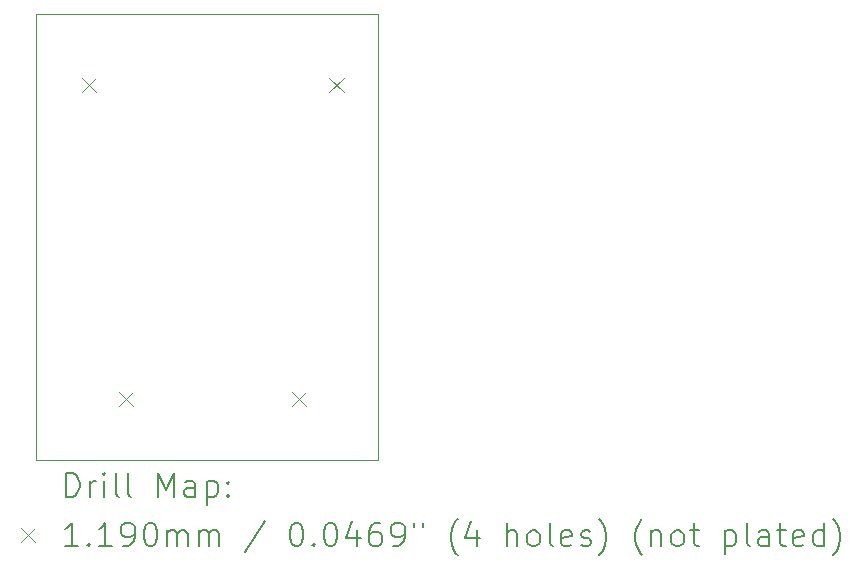
<source format=gbr>
%TF.GenerationSoftware,KiCad,Pcbnew,8.0.3-8.0.3-0~ubuntu24.04.1*%
%TF.CreationDate,2024-07-09T09:25:00+02:00*%
%TF.ProjectId,PythonBreakout,50797468-6f6e-4427-9265-616b6f75742e,rev?*%
%TF.SameCoordinates,Original*%
%TF.FileFunction,Drillmap*%
%TF.FilePolarity,Positive*%
%FSLAX45Y45*%
G04 Gerber Fmt 4.5, Leading zero omitted, Abs format (unit mm)*
G04 Created by KiCad (PCBNEW 8.0.3-8.0.3-0~ubuntu24.04.1) date 2024-07-09 09:25:00*
%MOMM*%
%LPD*%
G01*
G04 APERTURE LIST*
%ADD10C,0.050000*%
%ADD11C,0.200000*%
%ADD12C,0.119000*%
G04 APERTURE END LIST*
D10*
X7500000Y-5287500D02*
X10400000Y-5287500D01*
X10400000Y-9062500D01*
X7500000Y-9062500D01*
X7500000Y-5287500D01*
D11*
D12*
X7892500Y-5833000D02*
X8011500Y-5952000D01*
X8011500Y-5833000D02*
X7892500Y-5952000D01*
X8210000Y-8494000D02*
X8329000Y-8613000D01*
X8329000Y-8494000D02*
X8210000Y-8613000D01*
X9671000Y-8494000D02*
X9790000Y-8613000D01*
X9790000Y-8494000D02*
X9671000Y-8613000D01*
X9988500Y-5833000D02*
X10107500Y-5952000D01*
X10107500Y-5833000D02*
X9988500Y-5952000D01*
D11*
X7758277Y-9376484D02*
X7758277Y-9176484D01*
X7758277Y-9176484D02*
X7805896Y-9176484D01*
X7805896Y-9176484D02*
X7834467Y-9186008D01*
X7834467Y-9186008D02*
X7853515Y-9205055D01*
X7853515Y-9205055D02*
X7863039Y-9224103D01*
X7863039Y-9224103D02*
X7872562Y-9262198D01*
X7872562Y-9262198D02*
X7872562Y-9290770D01*
X7872562Y-9290770D02*
X7863039Y-9328865D01*
X7863039Y-9328865D02*
X7853515Y-9347912D01*
X7853515Y-9347912D02*
X7834467Y-9366960D01*
X7834467Y-9366960D02*
X7805896Y-9376484D01*
X7805896Y-9376484D02*
X7758277Y-9376484D01*
X7958277Y-9376484D02*
X7958277Y-9243150D01*
X7958277Y-9281246D02*
X7967801Y-9262198D01*
X7967801Y-9262198D02*
X7977324Y-9252674D01*
X7977324Y-9252674D02*
X7996372Y-9243150D01*
X7996372Y-9243150D02*
X8015420Y-9243150D01*
X8082086Y-9376484D02*
X8082086Y-9243150D01*
X8082086Y-9176484D02*
X8072562Y-9186008D01*
X8072562Y-9186008D02*
X8082086Y-9195531D01*
X8082086Y-9195531D02*
X8091610Y-9186008D01*
X8091610Y-9186008D02*
X8082086Y-9176484D01*
X8082086Y-9176484D02*
X8082086Y-9195531D01*
X8205896Y-9376484D02*
X8186848Y-9366960D01*
X8186848Y-9366960D02*
X8177324Y-9347912D01*
X8177324Y-9347912D02*
X8177324Y-9176484D01*
X8310658Y-9376484D02*
X8291610Y-9366960D01*
X8291610Y-9366960D02*
X8282086Y-9347912D01*
X8282086Y-9347912D02*
X8282086Y-9176484D01*
X8539229Y-9376484D02*
X8539229Y-9176484D01*
X8539229Y-9176484D02*
X8605896Y-9319341D01*
X8605896Y-9319341D02*
X8672563Y-9176484D01*
X8672563Y-9176484D02*
X8672563Y-9376484D01*
X8853515Y-9376484D02*
X8853515Y-9271722D01*
X8853515Y-9271722D02*
X8843991Y-9252674D01*
X8843991Y-9252674D02*
X8824944Y-9243150D01*
X8824944Y-9243150D02*
X8786848Y-9243150D01*
X8786848Y-9243150D02*
X8767801Y-9252674D01*
X8853515Y-9366960D02*
X8834467Y-9376484D01*
X8834467Y-9376484D02*
X8786848Y-9376484D01*
X8786848Y-9376484D02*
X8767801Y-9366960D01*
X8767801Y-9366960D02*
X8758277Y-9347912D01*
X8758277Y-9347912D02*
X8758277Y-9328865D01*
X8758277Y-9328865D02*
X8767801Y-9309817D01*
X8767801Y-9309817D02*
X8786848Y-9300293D01*
X8786848Y-9300293D02*
X8834467Y-9300293D01*
X8834467Y-9300293D02*
X8853515Y-9290770D01*
X8948753Y-9243150D02*
X8948753Y-9443150D01*
X8948753Y-9252674D02*
X8967801Y-9243150D01*
X8967801Y-9243150D02*
X9005896Y-9243150D01*
X9005896Y-9243150D02*
X9024944Y-9252674D01*
X9024944Y-9252674D02*
X9034467Y-9262198D01*
X9034467Y-9262198D02*
X9043991Y-9281246D01*
X9043991Y-9281246D02*
X9043991Y-9338389D01*
X9043991Y-9338389D02*
X9034467Y-9357436D01*
X9034467Y-9357436D02*
X9024944Y-9366960D01*
X9024944Y-9366960D02*
X9005896Y-9376484D01*
X9005896Y-9376484D02*
X8967801Y-9376484D01*
X8967801Y-9376484D02*
X8948753Y-9366960D01*
X9129705Y-9357436D02*
X9139229Y-9366960D01*
X9139229Y-9366960D02*
X9129705Y-9376484D01*
X9129705Y-9376484D02*
X9120182Y-9366960D01*
X9120182Y-9366960D02*
X9129705Y-9357436D01*
X9129705Y-9357436D02*
X9129705Y-9376484D01*
X9129705Y-9252674D02*
X9139229Y-9262198D01*
X9139229Y-9262198D02*
X9129705Y-9271722D01*
X9129705Y-9271722D02*
X9120182Y-9262198D01*
X9120182Y-9262198D02*
X9129705Y-9252674D01*
X9129705Y-9252674D02*
X9129705Y-9271722D01*
D12*
X7378500Y-9645500D02*
X7497500Y-9764500D01*
X7497500Y-9645500D02*
X7378500Y-9764500D01*
D11*
X7863039Y-9796484D02*
X7748753Y-9796484D01*
X7805896Y-9796484D02*
X7805896Y-9596484D01*
X7805896Y-9596484D02*
X7786848Y-9625055D01*
X7786848Y-9625055D02*
X7767801Y-9644103D01*
X7767801Y-9644103D02*
X7748753Y-9653627D01*
X7948753Y-9777436D02*
X7958277Y-9786960D01*
X7958277Y-9786960D02*
X7948753Y-9796484D01*
X7948753Y-9796484D02*
X7939229Y-9786960D01*
X7939229Y-9786960D02*
X7948753Y-9777436D01*
X7948753Y-9777436D02*
X7948753Y-9796484D01*
X8148753Y-9796484D02*
X8034467Y-9796484D01*
X8091610Y-9796484D02*
X8091610Y-9596484D01*
X8091610Y-9596484D02*
X8072562Y-9625055D01*
X8072562Y-9625055D02*
X8053515Y-9644103D01*
X8053515Y-9644103D02*
X8034467Y-9653627D01*
X8243991Y-9796484D02*
X8282086Y-9796484D01*
X8282086Y-9796484D02*
X8301134Y-9786960D01*
X8301134Y-9786960D02*
X8310658Y-9777436D01*
X8310658Y-9777436D02*
X8329705Y-9748865D01*
X8329705Y-9748865D02*
X8339229Y-9710770D01*
X8339229Y-9710770D02*
X8339229Y-9634579D01*
X8339229Y-9634579D02*
X8329705Y-9615531D01*
X8329705Y-9615531D02*
X8320182Y-9606008D01*
X8320182Y-9606008D02*
X8301134Y-9596484D01*
X8301134Y-9596484D02*
X8263039Y-9596484D01*
X8263039Y-9596484D02*
X8243991Y-9606008D01*
X8243991Y-9606008D02*
X8234467Y-9615531D01*
X8234467Y-9615531D02*
X8224943Y-9634579D01*
X8224943Y-9634579D02*
X8224943Y-9682198D01*
X8224943Y-9682198D02*
X8234467Y-9701246D01*
X8234467Y-9701246D02*
X8243991Y-9710770D01*
X8243991Y-9710770D02*
X8263039Y-9720293D01*
X8263039Y-9720293D02*
X8301134Y-9720293D01*
X8301134Y-9720293D02*
X8320182Y-9710770D01*
X8320182Y-9710770D02*
X8329705Y-9701246D01*
X8329705Y-9701246D02*
X8339229Y-9682198D01*
X8463039Y-9596484D02*
X8482086Y-9596484D01*
X8482086Y-9596484D02*
X8501134Y-9606008D01*
X8501134Y-9606008D02*
X8510658Y-9615531D01*
X8510658Y-9615531D02*
X8520182Y-9634579D01*
X8520182Y-9634579D02*
X8529705Y-9672674D01*
X8529705Y-9672674D02*
X8529705Y-9720293D01*
X8529705Y-9720293D02*
X8520182Y-9758389D01*
X8520182Y-9758389D02*
X8510658Y-9777436D01*
X8510658Y-9777436D02*
X8501134Y-9786960D01*
X8501134Y-9786960D02*
X8482086Y-9796484D01*
X8482086Y-9796484D02*
X8463039Y-9796484D01*
X8463039Y-9796484D02*
X8443991Y-9786960D01*
X8443991Y-9786960D02*
X8434467Y-9777436D01*
X8434467Y-9777436D02*
X8424944Y-9758389D01*
X8424944Y-9758389D02*
X8415420Y-9720293D01*
X8415420Y-9720293D02*
X8415420Y-9672674D01*
X8415420Y-9672674D02*
X8424944Y-9634579D01*
X8424944Y-9634579D02*
X8434467Y-9615531D01*
X8434467Y-9615531D02*
X8443991Y-9606008D01*
X8443991Y-9606008D02*
X8463039Y-9596484D01*
X8615420Y-9796484D02*
X8615420Y-9663150D01*
X8615420Y-9682198D02*
X8624944Y-9672674D01*
X8624944Y-9672674D02*
X8643991Y-9663150D01*
X8643991Y-9663150D02*
X8672563Y-9663150D01*
X8672563Y-9663150D02*
X8691610Y-9672674D01*
X8691610Y-9672674D02*
X8701134Y-9691722D01*
X8701134Y-9691722D02*
X8701134Y-9796484D01*
X8701134Y-9691722D02*
X8710658Y-9672674D01*
X8710658Y-9672674D02*
X8729705Y-9663150D01*
X8729705Y-9663150D02*
X8758277Y-9663150D01*
X8758277Y-9663150D02*
X8777325Y-9672674D01*
X8777325Y-9672674D02*
X8786848Y-9691722D01*
X8786848Y-9691722D02*
X8786848Y-9796484D01*
X8882086Y-9796484D02*
X8882086Y-9663150D01*
X8882086Y-9682198D02*
X8891610Y-9672674D01*
X8891610Y-9672674D02*
X8910658Y-9663150D01*
X8910658Y-9663150D02*
X8939229Y-9663150D01*
X8939229Y-9663150D02*
X8958277Y-9672674D01*
X8958277Y-9672674D02*
X8967801Y-9691722D01*
X8967801Y-9691722D02*
X8967801Y-9796484D01*
X8967801Y-9691722D02*
X8977325Y-9672674D01*
X8977325Y-9672674D02*
X8996372Y-9663150D01*
X8996372Y-9663150D02*
X9024944Y-9663150D01*
X9024944Y-9663150D02*
X9043991Y-9672674D01*
X9043991Y-9672674D02*
X9053515Y-9691722D01*
X9053515Y-9691722D02*
X9053515Y-9796484D01*
X9443991Y-9586960D02*
X9272563Y-9844103D01*
X9701134Y-9596484D02*
X9720182Y-9596484D01*
X9720182Y-9596484D02*
X9739229Y-9606008D01*
X9739229Y-9606008D02*
X9748753Y-9615531D01*
X9748753Y-9615531D02*
X9758277Y-9634579D01*
X9758277Y-9634579D02*
X9767801Y-9672674D01*
X9767801Y-9672674D02*
X9767801Y-9720293D01*
X9767801Y-9720293D02*
X9758277Y-9758389D01*
X9758277Y-9758389D02*
X9748753Y-9777436D01*
X9748753Y-9777436D02*
X9739229Y-9786960D01*
X9739229Y-9786960D02*
X9720182Y-9796484D01*
X9720182Y-9796484D02*
X9701134Y-9796484D01*
X9701134Y-9796484D02*
X9682087Y-9786960D01*
X9682087Y-9786960D02*
X9672563Y-9777436D01*
X9672563Y-9777436D02*
X9663039Y-9758389D01*
X9663039Y-9758389D02*
X9653515Y-9720293D01*
X9653515Y-9720293D02*
X9653515Y-9672674D01*
X9653515Y-9672674D02*
X9663039Y-9634579D01*
X9663039Y-9634579D02*
X9672563Y-9615531D01*
X9672563Y-9615531D02*
X9682087Y-9606008D01*
X9682087Y-9606008D02*
X9701134Y-9596484D01*
X9853515Y-9777436D02*
X9863039Y-9786960D01*
X9863039Y-9786960D02*
X9853515Y-9796484D01*
X9853515Y-9796484D02*
X9843991Y-9786960D01*
X9843991Y-9786960D02*
X9853515Y-9777436D01*
X9853515Y-9777436D02*
X9853515Y-9796484D01*
X9986848Y-9596484D02*
X10005896Y-9596484D01*
X10005896Y-9596484D02*
X10024944Y-9606008D01*
X10024944Y-9606008D02*
X10034468Y-9615531D01*
X10034468Y-9615531D02*
X10043991Y-9634579D01*
X10043991Y-9634579D02*
X10053515Y-9672674D01*
X10053515Y-9672674D02*
X10053515Y-9720293D01*
X10053515Y-9720293D02*
X10043991Y-9758389D01*
X10043991Y-9758389D02*
X10034468Y-9777436D01*
X10034468Y-9777436D02*
X10024944Y-9786960D01*
X10024944Y-9786960D02*
X10005896Y-9796484D01*
X10005896Y-9796484D02*
X9986848Y-9796484D01*
X9986848Y-9796484D02*
X9967801Y-9786960D01*
X9967801Y-9786960D02*
X9958277Y-9777436D01*
X9958277Y-9777436D02*
X9948753Y-9758389D01*
X9948753Y-9758389D02*
X9939229Y-9720293D01*
X9939229Y-9720293D02*
X9939229Y-9672674D01*
X9939229Y-9672674D02*
X9948753Y-9634579D01*
X9948753Y-9634579D02*
X9958277Y-9615531D01*
X9958277Y-9615531D02*
X9967801Y-9606008D01*
X9967801Y-9606008D02*
X9986848Y-9596484D01*
X10224944Y-9663150D02*
X10224944Y-9796484D01*
X10177325Y-9586960D02*
X10129706Y-9729817D01*
X10129706Y-9729817D02*
X10253515Y-9729817D01*
X10415420Y-9596484D02*
X10377325Y-9596484D01*
X10377325Y-9596484D02*
X10358277Y-9606008D01*
X10358277Y-9606008D02*
X10348753Y-9615531D01*
X10348753Y-9615531D02*
X10329706Y-9644103D01*
X10329706Y-9644103D02*
X10320182Y-9682198D01*
X10320182Y-9682198D02*
X10320182Y-9758389D01*
X10320182Y-9758389D02*
X10329706Y-9777436D01*
X10329706Y-9777436D02*
X10339229Y-9786960D01*
X10339229Y-9786960D02*
X10358277Y-9796484D01*
X10358277Y-9796484D02*
X10396372Y-9796484D01*
X10396372Y-9796484D02*
X10415420Y-9786960D01*
X10415420Y-9786960D02*
X10424944Y-9777436D01*
X10424944Y-9777436D02*
X10434468Y-9758389D01*
X10434468Y-9758389D02*
X10434468Y-9710770D01*
X10434468Y-9710770D02*
X10424944Y-9691722D01*
X10424944Y-9691722D02*
X10415420Y-9682198D01*
X10415420Y-9682198D02*
X10396372Y-9672674D01*
X10396372Y-9672674D02*
X10358277Y-9672674D01*
X10358277Y-9672674D02*
X10339229Y-9682198D01*
X10339229Y-9682198D02*
X10329706Y-9691722D01*
X10329706Y-9691722D02*
X10320182Y-9710770D01*
X10529706Y-9796484D02*
X10567801Y-9796484D01*
X10567801Y-9796484D02*
X10586849Y-9786960D01*
X10586849Y-9786960D02*
X10596372Y-9777436D01*
X10596372Y-9777436D02*
X10615420Y-9748865D01*
X10615420Y-9748865D02*
X10624944Y-9710770D01*
X10624944Y-9710770D02*
X10624944Y-9634579D01*
X10624944Y-9634579D02*
X10615420Y-9615531D01*
X10615420Y-9615531D02*
X10605896Y-9606008D01*
X10605896Y-9606008D02*
X10586849Y-9596484D01*
X10586849Y-9596484D02*
X10548753Y-9596484D01*
X10548753Y-9596484D02*
X10529706Y-9606008D01*
X10529706Y-9606008D02*
X10520182Y-9615531D01*
X10520182Y-9615531D02*
X10510658Y-9634579D01*
X10510658Y-9634579D02*
X10510658Y-9682198D01*
X10510658Y-9682198D02*
X10520182Y-9701246D01*
X10520182Y-9701246D02*
X10529706Y-9710770D01*
X10529706Y-9710770D02*
X10548753Y-9720293D01*
X10548753Y-9720293D02*
X10586849Y-9720293D01*
X10586849Y-9720293D02*
X10605896Y-9710770D01*
X10605896Y-9710770D02*
X10615420Y-9701246D01*
X10615420Y-9701246D02*
X10624944Y-9682198D01*
X10701134Y-9596484D02*
X10701134Y-9634579D01*
X10777325Y-9596484D02*
X10777325Y-9634579D01*
X11072563Y-9872674D02*
X11063039Y-9863150D01*
X11063039Y-9863150D02*
X11043991Y-9834579D01*
X11043991Y-9834579D02*
X11034468Y-9815531D01*
X11034468Y-9815531D02*
X11024944Y-9786960D01*
X11024944Y-9786960D02*
X11015420Y-9739341D01*
X11015420Y-9739341D02*
X11015420Y-9701246D01*
X11015420Y-9701246D02*
X11024944Y-9653627D01*
X11024944Y-9653627D02*
X11034468Y-9625055D01*
X11034468Y-9625055D02*
X11043991Y-9606008D01*
X11043991Y-9606008D02*
X11063039Y-9577436D01*
X11063039Y-9577436D02*
X11072563Y-9567912D01*
X11234468Y-9663150D02*
X11234468Y-9796484D01*
X11186848Y-9586960D02*
X11139230Y-9729817D01*
X11139230Y-9729817D02*
X11263039Y-9729817D01*
X11491610Y-9796484D02*
X11491610Y-9596484D01*
X11577325Y-9796484D02*
X11577325Y-9691722D01*
X11577325Y-9691722D02*
X11567801Y-9672674D01*
X11567801Y-9672674D02*
X11548753Y-9663150D01*
X11548753Y-9663150D02*
X11520182Y-9663150D01*
X11520182Y-9663150D02*
X11501134Y-9672674D01*
X11501134Y-9672674D02*
X11491610Y-9682198D01*
X11701134Y-9796484D02*
X11682087Y-9786960D01*
X11682087Y-9786960D02*
X11672563Y-9777436D01*
X11672563Y-9777436D02*
X11663039Y-9758389D01*
X11663039Y-9758389D02*
X11663039Y-9701246D01*
X11663039Y-9701246D02*
X11672563Y-9682198D01*
X11672563Y-9682198D02*
X11682087Y-9672674D01*
X11682087Y-9672674D02*
X11701134Y-9663150D01*
X11701134Y-9663150D02*
X11729706Y-9663150D01*
X11729706Y-9663150D02*
X11748753Y-9672674D01*
X11748753Y-9672674D02*
X11758277Y-9682198D01*
X11758277Y-9682198D02*
X11767801Y-9701246D01*
X11767801Y-9701246D02*
X11767801Y-9758389D01*
X11767801Y-9758389D02*
X11758277Y-9777436D01*
X11758277Y-9777436D02*
X11748753Y-9786960D01*
X11748753Y-9786960D02*
X11729706Y-9796484D01*
X11729706Y-9796484D02*
X11701134Y-9796484D01*
X11882087Y-9796484D02*
X11863039Y-9786960D01*
X11863039Y-9786960D02*
X11853515Y-9767912D01*
X11853515Y-9767912D02*
X11853515Y-9596484D01*
X12034468Y-9786960D02*
X12015420Y-9796484D01*
X12015420Y-9796484D02*
X11977325Y-9796484D01*
X11977325Y-9796484D02*
X11958277Y-9786960D01*
X11958277Y-9786960D02*
X11948753Y-9767912D01*
X11948753Y-9767912D02*
X11948753Y-9691722D01*
X11948753Y-9691722D02*
X11958277Y-9672674D01*
X11958277Y-9672674D02*
X11977325Y-9663150D01*
X11977325Y-9663150D02*
X12015420Y-9663150D01*
X12015420Y-9663150D02*
X12034468Y-9672674D01*
X12034468Y-9672674D02*
X12043991Y-9691722D01*
X12043991Y-9691722D02*
X12043991Y-9710770D01*
X12043991Y-9710770D02*
X11948753Y-9729817D01*
X12120182Y-9786960D02*
X12139230Y-9796484D01*
X12139230Y-9796484D02*
X12177325Y-9796484D01*
X12177325Y-9796484D02*
X12196372Y-9786960D01*
X12196372Y-9786960D02*
X12205896Y-9767912D01*
X12205896Y-9767912D02*
X12205896Y-9758389D01*
X12205896Y-9758389D02*
X12196372Y-9739341D01*
X12196372Y-9739341D02*
X12177325Y-9729817D01*
X12177325Y-9729817D02*
X12148753Y-9729817D01*
X12148753Y-9729817D02*
X12129706Y-9720293D01*
X12129706Y-9720293D02*
X12120182Y-9701246D01*
X12120182Y-9701246D02*
X12120182Y-9691722D01*
X12120182Y-9691722D02*
X12129706Y-9672674D01*
X12129706Y-9672674D02*
X12148753Y-9663150D01*
X12148753Y-9663150D02*
X12177325Y-9663150D01*
X12177325Y-9663150D02*
X12196372Y-9672674D01*
X12272563Y-9872674D02*
X12282087Y-9863150D01*
X12282087Y-9863150D02*
X12301134Y-9834579D01*
X12301134Y-9834579D02*
X12310658Y-9815531D01*
X12310658Y-9815531D02*
X12320182Y-9786960D01*
X12320182Y-9786960D02*
X12329706Y-9739341D01*
X12329706Y-9739341D02*
X12329706Y-9701246D01*
X12329706Y-9701246D02*
X12320182Y-9653627D01*
X12320182Y-9653627D02*
X12310658Y-9625055D01*
X12310658Y-9625055D02*
X12301134Y-9606008D01*
X12301134Y-9606008D02*
X12282087Y-9577436D01*
X12282087Y-9577436D02*
X12272563Y-9567912D01*
X12634468Y-9872674D02*
X12624944Y-9863150D01*
X12624944Y-9863150D02*
X12605896Y-9834579D01*
X12605896Y-9834579D02*
X12596372Y-9815531D01*
X12596372Y-9815531D02*
X12586849Y-9786960D01*
X12586849Y-9786960D02*
X12577325Y-9739341D01*
X12577325Y-9739341D02*
X12577325Y-9701246D01*
X12577325Y-9701246D02*
X12586849Y-9653627D01*
X12586849Y-9653627D02*
X12596372Y-9625055D01*
X12596372Y-9625055D02*
X12605896Y-9606008D01*
X12605896Y-9606008D02*
X12624944Y-9577436D01*
X12624944Y-9577436D02*
X12634468Y-9567912D01*
X12710658Y-9663150D02*
X12710658Y-9796484D01*
X12710658Y-9682198D02*
X12720182Y-9672674D01*
X12720182Y-9672674D02*
X12739230Y-9663150D01*
X12739230Y-9663150D02*
X12767801Y-9663150D01*
X12767801Y-9663150D02*
X12786849Y-9672674D01*
X12786849Y-9672674D02*
X12796372Y-9691722D01*
X12796372Y-9691722D02*
X12796372Y-9796484D01*
X12920182Y-9796484D02*
X12901134Y-9786960D01*
X12901134Y-9786960D02*
X12891611Y-9777436D01*
X12891611Y-9777436D02*
X12882087Y-9758389D01*
X12882087Y-9758389D02*
X12882087Y-9701246D01*
X12882087Y-9701246D02*
X12891611Y-9682198D01*
X12891611Y-9682198D02*
X12901134Y-9672674D01*
X12901134Y-9672674D02*
X12920182Y-9663150D01*
X12920182Y-9663150D02*
X12948753Y-9663150D01*
X12948753Y-9663150D02*
X12967801Y-9672674D01*
X12967801Y-9672674D02*
X12977325Y-9682198D01*
X12977325Y-9682198D02*
X12986849Y-9701246D01*
X12986849Y-9701246D02*
X12986849Y-9758389D01*
X12986849Y-9758389D02*
X12977325Y-9777436D01*
X12977325Y-9777436D02*
X12967801Y-9786960D01*
X12967801Y-9786960D02*
X12948753Y-9796484D01*
X12948753Y-9796484D02*
X12920182Y-9796484D01*
X13043992Y-9663150D02*
X13120182Y-9663150D01*
X13072563Y-9596484D02*
X13072563Y-9767912D01*
X13072563Y-9767912D02*
X13082087Y-9786960D01*
X13082087Y-9786960D02*
X13101134Y-9796484D01*
X13101134Y-9796484D02*
X13120182Y-9796484D01*
X13339230Y-9663150D02*
X13339230Y-9863150D01*
X13339230Y-9672674D02*
X13358277Y-9663150D01*
X13358277Y-9663150D02*
X13396373Y-9663150D01*
X13396373Y-9663150D02*
X13415420Y-9672674D01*
X13415420Y-9672674D02*
X13424944Y-9682198D01*
X13424944Y-9682198D02*
X13434468Y-9701246D01*
X13434468Y-9701246D02*
X13434468Y-9758389D01*
X13434468Y-9758389D02*
X13424944Y-9777436D01*
X13424944Y-9777436D02*
X13415420Y-9786960D01*
X13415420Y-9786960D02*
X13396373Y-9796484D01*
X13396373Y-9796484D02*
X13358277Y-9796484D01*
X13358277Y-9796484D02*
X13339230Y-9786960D01*
X13548753Y-9796484D02*
X13529706Y-9786960D01*
X13529706Y-9786960D02*
X13520182Y-9767912D01*
X13520182Y-9767912D02*
X13520182Y-9596484D01*
X13710658Y-9796484D02*
X13710658Y-9691722D01*
X13710658Y-9691722D02*
X13701134Y-9672674D01*
X13701134Y-9672674D02*
X13682087Y-9663150D01*
X13682087Y-9663150D02*
X13643992Y-9663150D01*
X13643992Y-9663150D02*
X13624944Y-9672674D01*
X13710658Y-9786960D02*
X13691611Y-9796484D01*
X13691611Y-9796484D02*
X13643992Y-9796484D01*
X13643992Y-9796484D02*
X13624944Y-9786960D01*
X13624944Y-9786960D02*
X13615420Y-9767912D01*
X13615420Y-9767912D02*
X13615420Y-9748865D01*
X13615420Y-9748865D02*
X13624944Y-9729817D01*
X13624944Y-9729817D02*
X13643992Y-9720293D01*
X13643992Y-9720293D02*
X13691611Y-9720293D01*
X13691611Y-9720293D02*
X13710658Y-9710770D01*
X13777325Y-9663150D02*
X13853515Y-9663150D01*
X13805896Y-9596484D02*
X13805896Y-9767912D01*
X13805896Y-9767912D02*
X13815420Y-9786960D01*
X13815420Y-9786960D02*
X13834468Y-9796484D01*
X13834468Y-9796484D02*
X13853515Y-9796484D01*
X13996373Y-9786960D02*
X13977325Y-9796484D01*
X13977325Y-9796484D02*
X13939230Y-9796484D01*
X13939230Y-9796484D02*
X13920182Y-9786960D01*
X13920182Y-9786960D02*
X13910658Y-9767912D01*
X13910658Y-9767912D02*
X13910658Y-9691722D01*
X13910658Y-9691722D02*
X13920182Y-9672674D01*
X13920182Y-9672674D02*
X13939230Y-9663150D01*
X13939230Y-9663150D02*
X13977325Y-9663150D01*
X13977325Y-9663150D02*
X13996373Y-9672674D01*
X13996373Y-9672674D02*
X14005896Y-9691722D01*
X14005896Y-9691722D02*
X14005896Y-9710770D01*
X14005896Y-9710770D02*
X13910658Y-9729817D01*
X14177325Y-9796484D02*
X14177325Y-9596484D01*
X14177325Y-9786960D02*
X14158277Y-9796484D01*
X14158277Y-9796484D02*
X14120182Y-9796484D01*
X14120182Y-9796484D02*
X14101134Y-9786960D01*
X14101134Y-9786960D02*
X14091611Y-9777436D01*
X14091611Y-9777436D02*
X14082087Y-9758389D01*
X14082087Y-9758389D02*
X14082087Y-9701246D01*
X14082087Y-9701246D02*
X14091611Y-9682198D01*
X14091611Y-9682198D02*
X14101134Y-9672674D01*
X14101134Y-9672674D02*
X14120182Y-9663150D01*
X14120182Y-9663150D02*
X14158277Y-9663150D01*
X14158277Y-9663150D02*
X14177325Y-9672674D01*
X14253515Y-9872674D02*
X14263039Y-9863150D01*
X14263039Y-9863150D02*
X14282087Y-9834579D01*
X14282087Y-9834579D02*
X14291611Y-9815531D01*
X14291611Y-9815531D02*
X14301134Y-9786960D01*
X14301134Y-9786960D02*
X14310658Y-9739341D01*
X14310658Y-9739341D02*
X14310658Y-9701246D01*
X14310658Y-9701246D02*
X14301134Y-9653627D01*
X14301134Y-9653627D02*
X14291611Y-9625055D01*
X14291611Y-9625055D02*
X14282087Y-9606008D01*
X14282087Y-9606008D02*
X14263039Y-9577436D01*
X14263039Y-9577436D02*
X14253515Y-9567912D01*
M02*

</source>
